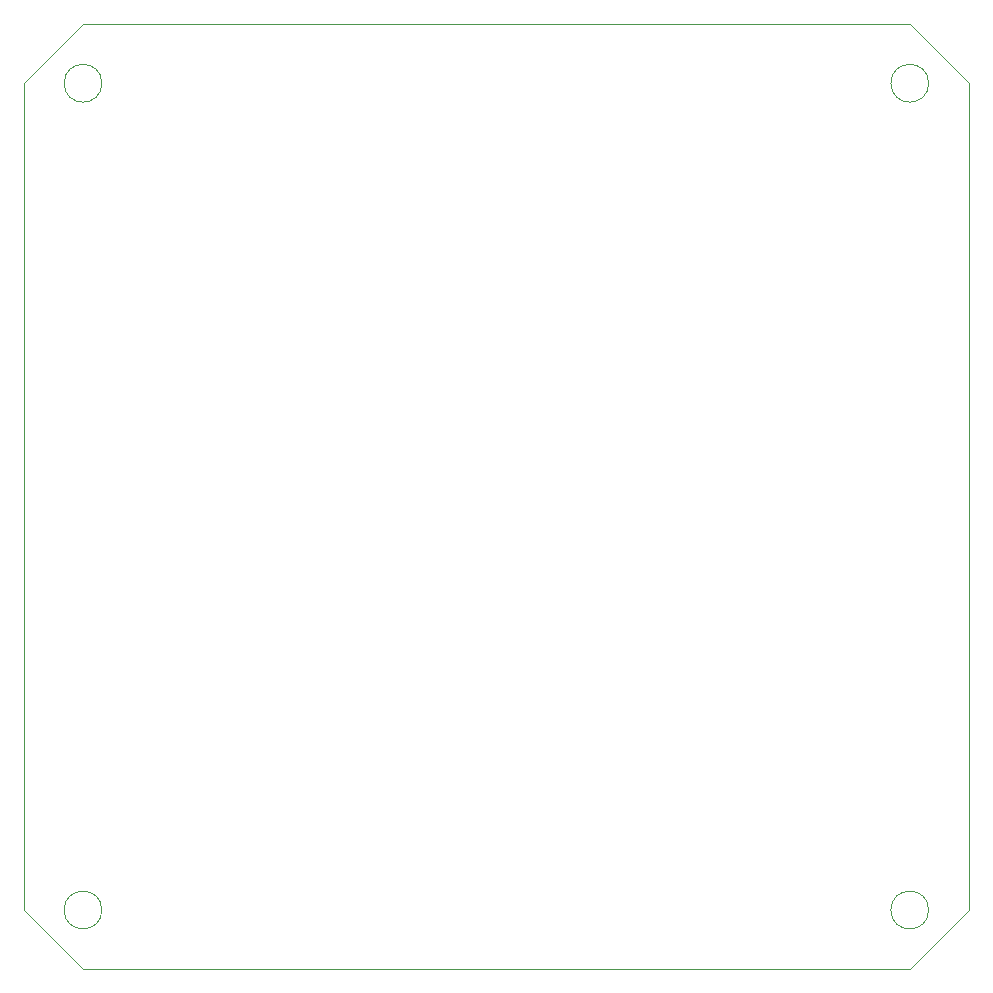
<source format=gm1>
G04 #@! TF.GenerationSoftware,KiCad,Pcbnew,(5.1.5)-2*
G04 #@! TF.CreationDate,2021-12-27T14:55:15+01:00*
G04 #@! TF.ProjectId,STM32_MULTIPROTOCOL,53544d33-325f-44d5-954c-544950524f54,rev?*
G04 #@! TF.SameCoordinates,Original*
G04 #@! TF.FileFunction,Profile,NP*
%FSLAX46Y46*%
G04 Gerber Fmt 4.6, Leading zero omitted, Abs format (unit mm)*
G04 Created by KiCad (PCBNEW (5.1.5)-2) date 2021-12-27 14:55:15*
%MOMM*%
%LPD*%
G04 APERTURE LIST*
%ADD10C,0.050000*%
G04 APERTURE END LIST*
D10*
X196600000Y-135000000D02*
G75*
G03X196600000Y-135000000I-1600000J0D01*
G01*
X126600000Y-135000000D02*
G75*
G03X126600000Y-135000000I-1600000J0D01*
G01*
X196600000Y-65000000D02*
G75*
G03X196600000Y-65000000I-1600000J0D01*
G01*
X126600000Y-65000000D02*
G75*
G03X126600000Y-65000000I-1600000J0D01*
G01*
X120000000Y-135000000D02*
X120000000Y-65000000D01*
X195000000Y-140000000D02*
X125000000Y-140000000D01*
X200000000Y-65000000D02*
X200000000Y-135000000D01*
X125000000Y-60000000D02*
X195000000Y-60000000D01*
X125000000Y-140000000D02*
X120000000Y-135000000D01*
X195000000Y-140000000D02*
X200000000Y-135000000D01*
X195000000Y-60000000D02*
X200000000Y-65000000D01*
X125000000Y-60000000D02*
X120000000Y-65000000D01*
M02*

</source>
